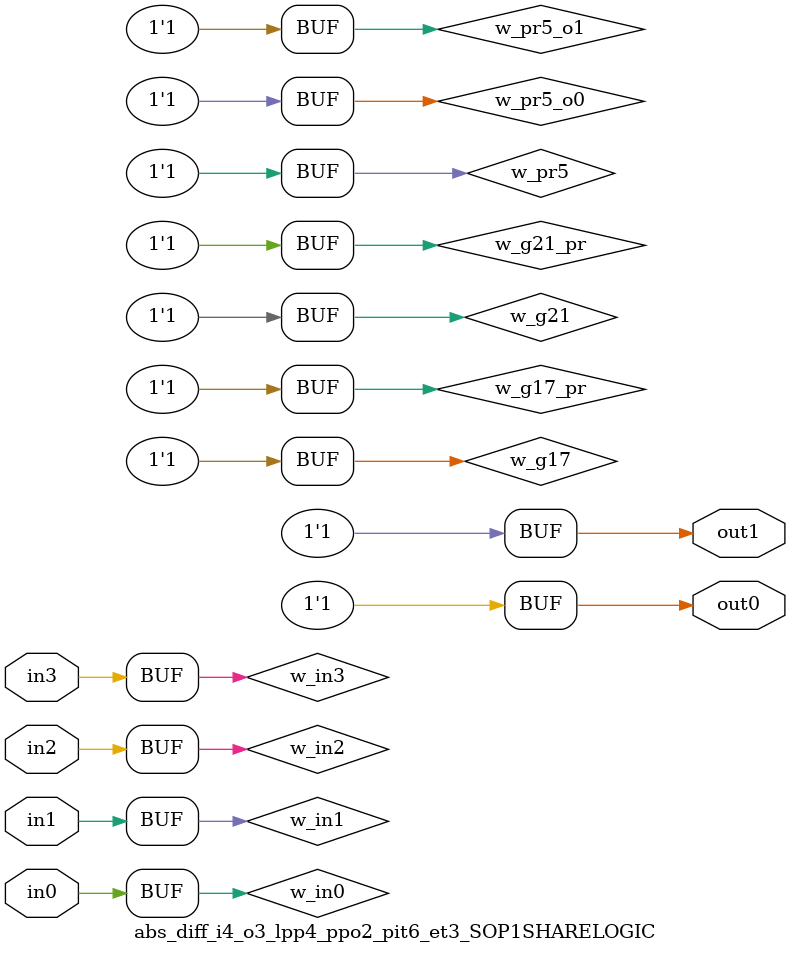
<source format=v>
module abs_diff_i4_o3_lpp4_ppo2_pit6_et3_SOP1SHARELOGIC (in0, in1, in2, in3, out0, out1);
// declaring inputs
input in0,  in1,  in2,  in3;
// declaring outputs
output out0,  out1;
// JSON model input
wire w_in3, w_in2, w_in1, w_in0;
// JSON model output
wire w_g17, w_g21;
//json model
wire w_g17_pr, w_g21_pr, w_pr0_o0, w_pr1_o0, w_pr2_o0, w_pr3_o0, w_pr4_o0, w_pr5_o0, w_pr0_o1, w_pr1_o1, w_pr2_o1, w_pr3_o1, w_pr4_o1, w_pr5_o1, w_pr0, w_pr1, w_pr2, w_pr3, w_pr4, w_pr5;
// JSON model input assign
assign w_in3 = in3;
assign w_in2 = in2;
assign w_in1 = in1;
assign w_in0 = in0;

//json model assigns (approximated Shared/XPAT part)
//assign literals to products
assign w_pr0 = ~w_in0 & w_in1 & w_in2 & w_in3;
assign w_pr1 = w_in1 & w_in2 & w_in3;
assign w_pr2 = ~w_in0 & w_in2 & w_in3;
assign w_pr3 = w_in2 & w_in3;
assign w_pr4 = ~w_in2;
assign w_pr5 = 1;
//if a product has literals and if the product is being "activated" for that output
assign w_pr0_o0 = w_pr0 & 1;
assign w_pr1_o0 = w_pr1 & 0;
assign w_pr2_o0 = w_pr2 & 0;
assign w_pr3_o0 = w_pr3 & 0;
assign w_pr4_o0 = w_pr4 & 1;
assign w_pr5_o0 = w_pr5 & 1;
assign w_pr0_o1 = w_pr0 & 0;
assign w_pr1_o1 = w_pr1 & 1;
assign w_pr2_o1 = w_pr2 & 1;
assign w_pr3_o1 = w_pr3 & 1;
assign w_pr4_o1 = w_pr4 & 0;
assign w_pr5_o1 = w_pr5 & 1;
//compose an output with corresponding products (OR)
assign w_g17 = w_pr0_o0 | w_pr1_o0 | w_pr2_o0 | w_pr3_o0 | w_pr4_o0 | w_pr5_o0;
assign w_g21 = w_pr0_o1 | w_pr1_o1 | w_pr2_o1 | w_pr3_o1 | w_pr4_o1 | w_pr5_o1;
//if an output has products and if it is part of the JSON model
assign w_g17_pr = w_g17 & 1;
assign w_g21_pr = w_g21 & 1;
// output assigns
assign out0 = w_g17_pr;
assign out1 = w_g21_pr;
endmodule
</source>
